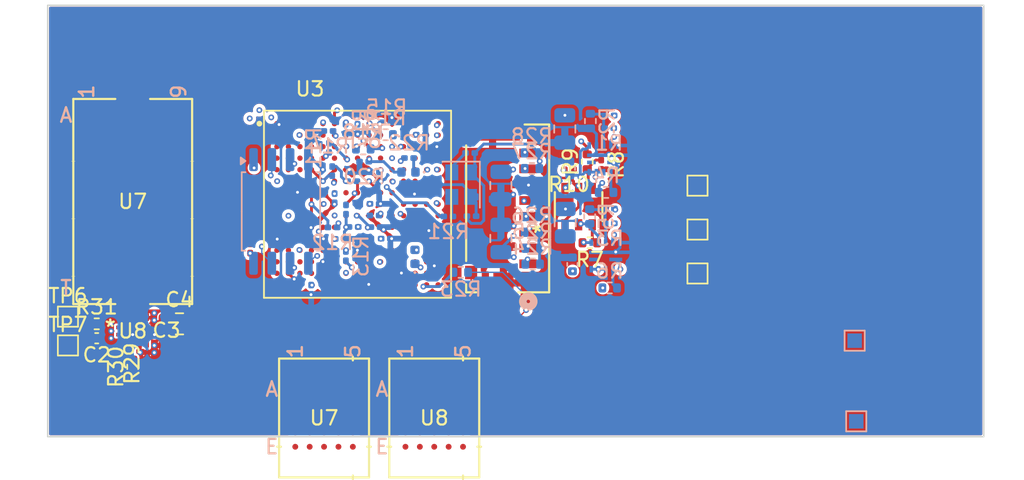
<source format=kicad_pcb>
(kicad_pcb (version 20240108) (generator "pcbnew") (generator_version "8.0")
  (layers (0 "F.Cu" signal) (1 "In1.Cu" signal) (2 "In2.Cu" signal) (3 "In3.Cu" signal) (4 "In4.Cu" signal) (31 "B.Cu" signal) (34 "B.Paste" user) (35 "F.Paste" user) (36 "B.SilkS" user "B.Silkscreen") (37 "F.SilkS" user "F.Silkscreen") (38 "B.Mask" user) (39 "F.Mask" user) (44 "Edge.Cuts" user))
  (net 0 "")
  (net 1 "GND")
  (net 2 "+3V3")
  (net 3 "SPI-D1")
  (net 4 "SPI-CLK")
  (net 5 "SPI-D2")
  (net 6 "SPI-D0")
  (net 7 "SPI-D3")
  (net 8 "SPI-CS")
  (net 9 "33.33Mhz")
  (net 10 "Net-(X1-Vcc)")
  (net 11 "+1V0")
  (net 12 "+1V8")
  (net 13 "GNDA")
  (net 14 "VCCQ")
  (net 15 "Net-(D1-K)")
  (net 16 "Net-(D2-K)")
  (net 17 "MIO7")
  (net 18 "Net-(U1-FB)")
  (net 19 "Net-(U2-FB)")
  (net 20 "Net-(TP2-Pin_1)")
  (net 21 "Net-(TP1-Pin_1)")
  (net 22 "~{RST}")
  (net 23 "Net-(U4-SENSE)")
  (net 24 "POR_B")
  (net 25 "Net-(U3A-INIT_B_0)")
  (net 26 "Net-(U3A-PROGRAM_B_0)")
  (net 27 "Net-(U3A-DONE_0)")
  (net 28 "Net-(U3D-PS_MIO8_500)")
  (net 29 "Net-(U3D-PS_CLK_500)")
  (net 49 "Net-(C1-Pad1)")
  (net 56 "Net-(R23-Pad2)")
  (net 86 "MIO32")
  (net 91 "MIO33")
  (net 142 "MIO29")
  (net 152 "MIO30")
  (net 153 "MIO31")
  (net 154 "MIO28")
  (net 155 "RAM_DQ6")
  (net 156 "~{RAM_CS0}")
  (net 157 "RAM_DQ7")
  (net 158 "RAM_CLK")
  (net 159 "RAM_DQ0")
  (net 160 "RAM_DQ5")
  (net 161 "~{RAM_RST}")
  (net 162 "RAM_DQ2")
  (net 163 "~{RAM_CLK}")
  (net 164 "RAM_DQ4")
  (net 165 "RAM_DQ1")
  (net 166 "RAM_DQ3")
  (net 167 "RWDS")
  (net 168 "~{RAM_CS1}")
  (net 292 "+1V5")
  (net 293 "Net-(U8-FB)")
  (net 294 "Net-(TP6-Pin_1)")
  (footprint "Resistor_SMD:R_0201_0603Metric" (layer "F.Cu") (at 115.310002 46.7673 180)
    (property "Reference" "R10")
    (property "Value" "20k")
  )
  (footprint "TestPoint:TestPoint_Pad_1.0x1.0mm" (layer "F.Cu") (at 80.5 57)
    (property "Reference" "TP6")
    (property "Value" "TP")
  )
  (footprint "Resistor_SMD:R_0402_1005Metric" (layer "F.Cu") (at 82.5 57.5)
    (property "Reference" "R31")
    (property "Value" "10k")
  )
  (footprint "Capacitor_SMD:C_0805_2012Metric" (layer "F.Cu") (at 88.25 57.5)
    (property "Reference" "C4")
    (property "Value" "47uF")
  )
  (footprint "Resistor_SMD:R_0402_1005Metric" (layer "F.Cu") (at 116.580002 46.2373 90)
    (property "Reference" "R9")
    (property "Value" "10k")
  )
  (footprint "TestPoint:TestPoint_Pad_1.0x1.0mm" (layer "F.Cu") (at 124.24 50.95)
    (property "Reference" "TP4" (hide yes))
    (property "Value" "TP" (hide yes))
  )
  (footprint "Capacitor_SMD:C_0402_1005Metric" (layer "F.Cu") (at 82.5 58.5 180)
    (property "Reference" "C2")
    (property "Value" "22uF")
  )
  (footprint "Sync_VT extras:BGA225C80P15X15_1300X1300X150N" (layer "F.Cu") (at 100.62 49.19)
    (property "Reference" "U3")
    (property "Value" "XC7Z010-1CLG225I")
  )
  (footprint "Resistor_SMD:R_0402_1005Metric" (layer "F.Cu") (at 116.760002 51.8673 180)
    (property "Reference" "R7")
    (property "Value" "10k")
  )
  (footprint "Resistor_SMD:R_0201_0603Metric" (layer "F.Cu") (at 86 60.26 90)
    (property "Reference" "R29")
    (property "Value" "20k")
  )
  (footprint "Sync_VT extras:PG-BGA-24-801" (layer "F.Cu") (at 105.95 64.04)
    (property "Reference" "U8")
    (property "Value" "S80KS5123GABHA020")
  )
  (footprint "Sync_VT extras:FBGA96_8X14_MRN" (layer "F.Cu") (at 85 49)
    (property "Reference" "U7")
    (property "Value" "MT41K256M16TW-107:P")
  )
  (footprint "Sync_VT extras:ECLGA-14_MPM3834C_MNP" (layer "F.Cu") (at 85 58)
    (property "Reference" "U8")
    (property "Value" "MPM3834CGPA-Z")
  )
  (footprint "TestPoint:TestPoint_Pad_1.0x1.0mm" (layer "F.Cu") (at 124.24 54)
    (property "Reference" "TP5" (hide yes))
    (property "Value" "TP" (hide yes))
  )
  (footprint "Capacitor_SMD:C_0201_0603Metric" (layer "F.Cu") (at 93.16 52.265 90)
    (property "Reference" "C26" (hide yes))
    (property "Value" "470nF" (hide yes))
  )
  (footprint "Sync_VT extras:CONN12_47309-2651_MOL" (layer "F.Cu") (at 111.05 49.48 -90)
    (property "Reference" "U6" (hide yes))
    (property "Value" "0473092651" (hide yes))
  )
  (footprint "Resistor_SMD:R_0201_0603Metric" (layer "F.Cu") (at 117.550002 46.4423 -90)
    (property "Reference" "R8")
    (property "Value" "20k")
  )
  (footprint "Resistor_SMD:R_0402_1005Metric" (layer "F.Cu") (at 85 60.49 90)
    (property "Reference" "R30")
    (property "Value" "13.3k")
  )
  (footprint "TestPoint:TestPoint_Pad_1.0x1.0mm" (layer "F.Cu") (at 124.24 47.9)
    (property "Reference" "TP3" (hide yes))
    (property "Value" "TP" (hide yes))
  )
  (footprint "Capacitor_SMD:C_0201_0603Metric" (layer "F.Cu") (at 87.35 59)
    (property "Reference" "C3")
    (property "Value" "10pF")
  )
  (footprint "Sync_VT extras:PG-BGA-24-801" (layer "F.Cu") (at 98.2952 64.04)
    (property "Reference" "U7")
    (property "Value" "S80KS5123GABHA020")
  )
  (footprint "Sync_VT extras:DBV6-L" (layer "F.Cu") (at 115.980001 49.35365 90)
    (property "Reference" "U4" (hide yes))
    (property "Value" "TPS3106K33DBVR" (hide yes))
  )
  (footprint "TestPoint:TestPoint_Pad_1.0x1.0mm" (layer "F.Cu") (at 80.5 59)
    (property "Reference" "TP7")
    (property "Value" "TP")
  )
  (footprint "Capacitor_SMD:C_0201_0603Metric" (layer "B.Cu") (at 118.145002 49.49 180)
    (property "Reference" "C11" (hide yes))
    (property "Value" "10pF" (hide yes))
  )
  (footprint "Resistor_SMD:R_0402_1005Metric" (layer "B.Cu") (at 112.740002 51.14 180)
    (property "Reference" "R26")
    (property "Value" "10k")
  )
  (footprint "Resistor_SMD:R_0201_0603Metric" (layer "B.Cu") (at 98.64 45.27 -90)
    (property "Reference" "R11")
    (property "Value" "4k7")
  )
  (footprint "Capacitor_SMD:C_0805_2012Metric" (layer "B.Cu") (at 115.020002 43.959998 -90)
    (property "Reference" "C9" (hide yes))
    (property "Value" "47uF" (hide yes))
  )
  (footprint "Resistor_SMD:R_0402_1005Metric" (layer "B.Cu") (at 118.140001 55.005001 180)
    (property "Reference" "R6")
    (property "Value" "10k")
  )
  (footprint "Capacitor_SMD:C_0201_0603Metric" (layer "B.Cu") (at 98.86 46.89 -90)
    (property "Reference" "FB1" (hide yes))
    (property "Value" "MPZ0603S121HT000" (hide yes))
  )
  (footprint "Resistor_SMD:R_0201_0603Metric" (layer "B.Cu") (at 98.88 50.8)
    (property "Reference" "R12")
    (property "Value" "4k7")
  )
  (footprint "Resistor_SMD:R_0201_0603Metric" (layer "B.Cu") (at 98.6 44.1)
    (property "Reference" "R14")
    (property "Value" "20k")
  )
  (footprint "Resistor_SMD:R_0402_1005Metric" (layer "B.Cu") (at 101.02 45.35 180)
    (property "Reference" "R18")
    (property "Value" "10k")
  )
  (footprint "Resistor_SMD:R_0402_1005Metric" (layer "B.Cu") (at 107.790002 53.92)
    (property "Reference" "R23")
    (property "Value" "10k")
  )
  (footprint "Capacitor_SMD:C_0201_0603Metric" (layer "B.Cu") (at 105.02 44.36)
    (property "Reference" "C25" (hide yes))
    (property "Value" "470nF" (hide yes))
  )
  (footprint "Resistor_SMD:R_0201_0603Metric" (layer "B.Cu") (at 99.81 52.795 90)
    (property "Reference" "R13")
    (property "Value" "470")
  )
  (footprint "Resistor_SMD:R_0402_1005Metric" (layer "B.Cu") (at 102.57 44.36 180)
    (property "Reference" "R19")
    (property "Value" "10k")
  )
  (footprint "Capacitor_SMD:C_0402_1005Metric" (layer "B.Cu") (at 112.750002 50.06)
    (property "Reference" "C1" (hide yes))
    (property "Value" "22uF" (hide yes))
  )
  (footprint "Package_SO:SOIC-8_5.23x5.23mm_P1.27mm" (layer "B.Cu") (at 95.3 49.69 -90)
    (property "Reference" "U5" (hide yes))
    (property "Value" "W25Q128JVS" (hide yes))
  )
  (footprint "Capacitor_SMD:C_0201_0603Metric" (layer "B.Cu") (at 118.130002 43.02 180)
    (property "Reference" "C5" (hide yes))
    (property "Value" "10pF" (hide yes))
  )
  (footprint "LED_SMD:LED_0402_1005Metric" (layer "B.Cu") (at 104.16 46.96 180)
    (property "Reference" "D2" (hide yes))
    (property "Value" "SML-P11UTT86" (hide yes))
  )
  (footprint "Resistor_SMD:R_0201_0603Metric" (layer "B.Cu") (at 99.79 43.95 90)
    (property "Reference" "R17")
    (property "Value" "20k")
  )
  (footprint "Resistor_SMD:R_0402_1005Metric" (layer "B.Cu") (at 112.740002 46.71 180)
    (property "Reference" "R27")
    (property "Value" "10k")
  )
  (footprint "Resistor_SMD:R_0402_1005Metric" (layer "B.Cu") (at 112.790002 52.25 180)
    (property "Reference" "R25")
    (property "Value" "10k")
  )
  (footprint "Capacitor_SMD:C_0805_2012Metric" (layer "B.Cu") (at 110.580002 47.89 -90)
    (property "Reference" "C19" (hide yes))
    (property "Value" "47uF" (hide yes))
  )
  (footprint "Resistor_SMD:R_0201_0603Metric" (layer "B.Cu") (at 118.100002 43.9)
    (property "Reference" "R1")
    (property "Value" "20k")
  )
  (footprint "Capacitor_SMD:C_0805_2012Metric" (layer "B.Cu") (at 115.05 50.47 -90)
    (property "Reference" "C12" (hide yes))
    (property "Value" "47uF" (hide yes))
  )
  (footprint "Capacitor_SMD:C_0201_0603Metric" (layer "B.Cu") (at 97.4 55.125 -90)
    (property "Reference" "C16" (hide yes))
    (property "Value" "4.7uF" (hide yes))
  )
  (footprint "Sync_VT extras:ECLGA-14_MPM3834C_MNP" (layer "B.Cu") (at 117.860001 52.78)
    (property "Reference" "U2" (hide yes))
    (property "Value" "MPM3834CGPA-Z" (hide yes))
  )
  (footprint "Oscillator:Oscillator_SMD_SeikoEpson_SG210-4Pin_2.5x2.0mm" (layer "B.Cu") (at 107.820002 47.83 -90)
    (property "Reference" "X1" (hide yes))
    (property "Value" "SIT8008BI-73-XXS-33.333333" (hide yes))
  )
  (footprint "Resistor_SMD:R_0402_1005Metric" (layer "B.Cu") (at 112.790002 53.35 180)
    (property "Reference" "R24")
    (property "Value" "10k")
  )
  (footprint "Capacitor_SMD:C_0201_0603Metric" (layer "B.Cu") (at 99.39 51.6)
    (property "Reference" "C17" (hide yes))
    (property "Value" "470nF" (hide yes))
  )
  (footprint "Resistor_SMD:R_0201_0603Metric" (layer "B.Cu") (at 102.625 43.5 180)
    (property "Reference" "R15")
    (property "Value" "20k")
  )
  (footprint "TestPoint:TestPoint_Pad_1.0x1.0mm" (layer "B.Cu") (at 135.160002 58.669998 90)
    (property "Reference" "TP2" (hide yes))
    (property "Value" "TP" (hide yes))
  )
  (footprint "Capacitor_SMD:C_0805_2012Metric" (layer "B.Cu") (at 110.580002 51.57 90)
    (property "Reference" "C13" (hide yes))
    (property "Value" "47uF" (hide yes))
  )
  (footprint "Resistor_SMD:R_0201_0603Metric" (layer "B.Cu") (at 104.2 45.98 180)
    (property "Reference" "R22")
    (property "Value" "470")
  )
  (footprint "Resistor_SMD:R_0201_0603Metric" (layer "B.Cu") (at 101.08 46.23)
    (property "Reference" "R20")
    (property "Value" "20k")
  )
  (footprint "Capacitor_SMD:C_0201_0603Metric" (layer "B.Cu") (at 100.25 47.59)
    (property "Reference" "C18" (hide yes))
    (property "Value" "470nF" (hide yes))
  )
  (footprint "Capacitor_SMD:C_0201_0603Metric" (layer "B.Cu") (at 100.35 50.77 180)
    (property "Reference" "C24" (hide yes))
    (property "Value" "4.7uF" (hide yes))
  )
  (footprint "Capacitor_SMD:C_0402_1005Metric" (layer "B.Cu") (at 115.550002 53.37 90)
    (property "Reference" "C8" (hide yes))
    (property "Value" "22uF" (hide yes))
  )
  (footprint "Capacitor_SMD:C_0201_0603Metric" (layer "B.Cu") (at 99.82 49.56 -90)
    (property "Reference" "FB2" (hide yes))
    (property "Value" "MPZ0603S121HT000" (hide yes))
  )
  (footprint "Capacitor_SMD:C_0201_0603Metric" (layer "B.Cu") (at 101.8 49.97 180)
    (property "Reference" "C22" (hide yes))
    (property "Value" "470nF" (hide yes))
  )
  (footprint "TestPoint:TestPoint_Pad_1.0x1.0mm" (layer "B.Cu") (at 135.27 64.27 90)
    (property "Reference" "TP1" (hide yes))
    (property "Value" "TP" (hide yes))
  )
  (footprint "Resistor_SMD:R_0402_1005Metric" (layer "B.Cu") (at 117.890002 48.37 180)
    (property "Reference" "R4")
    (property "Value" "10k")
  )
  (footprint "Resistor_SMD:R_0402_1005Metric" (layer "B.Cu") (at 112.730002 45.62 180)
    (property "Reference" "R28")
    (property "Value" "10k")
  )
  (footprint "Resistor_SMD:R_0402_1005Metric" (layer "B.Cu") (at 116.800002 43.41 90)
    (property "Reference" "R2")
    (property "Value" "30k")
  )
  (footprint "Capacitor_SMD:C_0201_0603Metric" (layer "B.Cu") (at 101.805 49.16)
    (property "Reference" "C15" (hide yes))
    (property "Value" "470nF" (hide yes))
  )
  (footprint "Capacitor_SMD:C_0201_0603Metric" (layer "B.Cu") (at 108.445002 45.63 180)
    (property "Reference" "FB3" (hide yes))
    (property "Value" "MPZ0603S121HT000" (hide yes))
  )
  (footprint "Resistor_SMD:R_0201_0603Metric" (layer "B.Cu") (at 118.145001 50.515001)
    (property "Reference" "R3")
    (property "Value" "20k")
  )
  (footprint "Capacitor_SMD:C_0201_0603Metric" (layer "B.Cu") (at 101.82 46.96 180)
    (property "Reference" "C20" (hide yes))
    (property "Value" "4.7uF" (hide yes))
  )
  (footprint "Resistor_SMD:R_0201_0603Metric" (layer "B.Cu") (at 106.93 50.04)
    (property "Reference" "R21")
    (property "Value" "33")
  )
  (footprint "LED_SMD:LED_0402_1005Metric" (layer "B.Cu") (at 104.61 52.845 90)
    (property "Reference" "D1" (hide yes))
    (property "Value" "SML-P11UTT86" (hide yes))
  )
  (footprint "Capacitor_SMD:C_0201_0603Metric" (layer "B.Cu") (at 101.87 50.78)
    (property "Reference" "C14" (hide yes))
    (property "Value" "4.7uF" (hide yes))
  )
  (footprint "Capacitor_SMD:C_0201_0603Metric" (layer "B.Cu") (at 99.03 48.77 -90)
    (property "Reference" "C23" (hide yes))
    (property "Value" "470nF" (hide yes))
  )
  (footprint "Capacitor_SMD:C_0201_0603Metric" (layer "B.Cu") (at 108.540002 50.02)
    (property "Reference" "C27" (hide yes))
    (property "Value" "470nF" (hide yes))
  )
  (footprint "Resistor_SMD:R_0201_0603Metric" (layer "B.Cu") (at 100.62 43.955 90)
    (property "Reference" "R16")
    (property "Value" "20k")
  )
  (footprint "Capacitor_SMD:C_0402_1005Metric" (layer "B.Cu") (at 115.370002 46.7 90)
    (property "Reference" "C10" (hide yes))
    (property "Value" "22uF" (hide yes))
  )
  (footprint "Capacitor_SMD:C_0201_0603Metric" (layer "B.Cu") (at 102.58 51.58)
    (property "Reference" "C21" (hide yes))
    (property "Value" "4.7uF" (hide yes))
  )
  (footprint "Sync_VT extras:ECLGA-14_MPM3834C_MNP" (layer "B.Cu") (at 117.720003 46.034999)
    (property "Reference" "U1" (hide yes))
    (property "Value" "MPM3834CGPA-Z" (hide yes))
  )
  (footprint "Resistor_SMD:R_0402_1005Metric" (layer "B.Cu") (at 116.750002 50.04 90)
    (property "Reference" "R5")
    (property "Value" "10k")
  )
  (gr_rect (start 79.09 35.37) (end 144.13 65.34) (stroke (width 0.1)) (fill none) (layer "Edge.Cuts"))
  (segment (start 95.02 43.59) (end 95.105728 43.59) (width 0.2) (layer "F.Cu") (net 1))
  (segment (start 96.560608 48.39) (end 96.53 48.359392) (width 0.2) (layer "F.Cu") (net 1))
  (segment (start 86.512556 58.24954) (end 86.512096 58.25) (width 0.2) (layer "F.Cu") (net 1))
  (segment (start 104.62 48.44) (end 104.578461 48.481539) (width 0.2) (layer "F.Cu") (net 1))
  (segment (start 85 58.25) (end 85.700001 58.25) (width 0.2) (layer "F.Cu") (net 1))
  (segment (start 103.02 43.59) (end 103.02 43.183036) (width 0.2) (layer "F.Cu") (net 1))
  (segment (start 99.82 46.79) (end 100.05 46.79) (width 0.2) (layer "F.Cu") (net 1))
  (segment (start 106.22 53.19) (end 105.954134 53.455866) (width 0.2) (layer "F.Cu") (net 1))
  (segment (start 96.53 48.359392) (end 96.45 48.359392) (width 0.2) (layer "F.Cu") (net 1))
  (segment (start 84.500001 58.924999) (end 84.500001 58.450002) (width 0.2) (layer "F.Cu") (net 1))
  (segment (start 86.000001 58.55) (end 85.700001 58.25) (width 0.2) (layer "F.Cu") (net 1))
  (segment (start 105.954134 53.455866) (end 105.954134 53.468902) (width 0.2) (layer "F.Cu") (net 1))
  (segment (start 95.82 53.99) (end 96.22 54.39) (width 0.2) (layer "F.Cu") (net 1))
  (segment (start 95.105728 43.59) (end 95.168437 43.652709) (width 0.2) (layer "F.Cu") (net 1))
  (segment (start 86.000001 58.924999) (end 86.000001 58.55) (width 0.2) (layer "F.Cu") (net 1))
  (segment (start 84.500001 59.249999) (end 84 59.75) (width 0.2) (layer "F.Cu") (net 1))
  (segment (start 98.22 48.39) (end 99.02 49.19) (width 0.2) (layer "F.Cu") (net 1))
  (segment (start 86.512096 58.25) (end 85.700001 58.25) (width 0.2) (layer "F.Cu") (net 1))
  (segment (start 103.82 45.99) (end 103.62 46.19) (width 0.2) (layer "F.Cu") (net 1))
  (segment (start 103.62 46.19) (end 103.62 46.193714) (width 0.2) (layer "F.Cu") (net 1))
  (segment (start 84.500001 58.924999) (end 84.500001 59.249999) (width 0.2) (layer "F.Cu") (net 1))
  (segment (start 103.02 43.183036) (end 103.009928 43.172964) (width 0.2) (layer "F.Cu") (net 1))
  (segment (start 84.299999 58.25) (end 85 58.25) (width 0.2) (layer "F.Cu") (net 1))
  (segment (start 84.500001 58.450002) (end 84.299999 58.25) (width 0.2) (layer "F.Cu") (net 1))
  (segment (start 105.4 50.77) (end 105.576769 50.946769) (width 0.2) (layer "F.Cu") (net 1))
  (segment (start 103.8 53.97) (end 103.67 53.97) (width 0.2) (layer "F.Cu") (net 1))
  (segment (start 105.576769 50.946769) (end 105.576769 51.023304) (width 0.2) (layer "F.Cu") (net 1))
  (via (at 96.22 54.39) (size 0.4) (drill 0.2) (layers "F.Cu" "B.Cu") (net 1))
  (via (at 106.13 45.19) (size 0.4) (drill 0.2) (layers "F.Cu" "B.Cu") (net 1))
  (via (at 100.63 44.32) (size 0.4) (drill 0.2) (layers "F.Cu" "B.Cu") (net 1))
  (via (at 103.009928 43.172964) (size 0.4) (drill 0.2) (layers "F.Cu" "B.Cu") (net 1))
  (via (at 98.22 53.18) (size 0.4) (drill 0.2) (layers "F.Cu" "B.Cu") (net 1))
  (via (at 100.05 46.79) (size 0.4) (drill 0.2) (layers "F.Cu" "B.Cu") (net 1))
  (via (at 85 58.25) (size 0.4) (drill 0.2) (layers "F.Cu" "B.Cu") (net 1))
  (via (at 102.23 47.6) (size 0.4) (drill 0.2) (layers "F.Cu" "B.Cu") (net 1))
  (via (at 97.39 50.81) (size 0.4) (drill 0.2) (layers "F.Cu" "B.Cu") (net 1))
  (via (at 105.954134 53.468902) (size 0.4) (drill 0.2) (layers "F.Cu" "B.Cu") (net 1))
  (via (at 113.75 50.05) (size 0.4) (drill 0.2) (layers "F.Cu" "B.Cu") (net 1))
  (via (at 111.435 48.518148) (size 0.4) (drill 0.2) (layers "F.Cu" "B.Cu") (net 1))
  (via (at 118.76 45.09) (size 0.4) (drill 0.2) (layers "F.Cu" "B.Cu") (net 1))
  (via (at 116.13 50.55) (size 0.4) (drill 0.2) (layers "F.Cu" "B.Cu") (net 1))
  (via (at 86.512556 58.24954) (size 0.4) (drill 0.2) (layers "F.Cu" "B.Cu") (net 1))
  (via (at 98.25 51.59) (size 0.4) (drill 0.2) (layers "F.Cu" "B.Cu") (net 1))
  (via (at 95.168437 43.652709) (size 0.4) (drill 0.2) (layers "F.Cu" "B.Cu") (net 1))
  (via (at 98.21 46.78) (size 0.4) (drill 0.2) (layers "F.Cu" "B.Cu") (net 1))
  (via (at 118.560002 52.504998) (size 0.4) (drill 0.2) (layers "F.Cu" "B.Cu") (net 1))
  (via (at 99.829999 50.782191) (size 0.4) (drill 0.2) (layers "F.Cu" "B.Cu") (net 1))
  (via (at 102.43 50.951781) (size 0.4) (drill 0.2) (layers "F.Cu" "B.Cu") (net 1))
  (via (at 96.45 48.359392) (size 0.4) (drill 0.2) (layers "F.Cu" "B.Cu") (net 1))
  (via (at 112.5 47.86) (size 0.4) (drill 0.2) (layers "F.Cu" "B.Cu") (net 1))
  (via (at 102.99 51.58) (size 0.4) (drill 0.2) (layers "F.Cu" "B.Cu") (net 1))
  (via (at 101.41 46.82) (size 0.4) (drill 0.2) (layers "F.Cu" "B.Cu") (net 1))
  (via (at 97.39 55.47) (size 0.4) (drill 0.2) (layers "F.Cu" "B.Cu") (net 1))
  (via (at 99.02 49.19) (size 0.4) (drill 0.2) (layers "F.Cu" "B.Cu") (net 1))
  (via (at 104.578461 48.481539) (size 0.4) (drill 0.2) (layers "F.Cu" "B.Cu") (net 1))
  (via (at 95.04 51.61) (size 0.4) (drill 0.2) (layers "F.Cu" "B.Cu") (net 1))
  (via (at 103.62 46.193714) (size 0.4) (drill 0.2) (layers "F.Cu" "B.Cu") (net 1))
  (via (at 111.47 50.69241) (size 0.4) (drill 0.2) (layers "F.Cu" "B.Cu") (net 1))
  (via (at 118.079189 45.734688) (size 0.4) (drill 0.2) (layers "F.Cu" "B.Cu") (net 1))
  (via (at 103.67 53.97) (size 0.4) (drill 0.2) (layers "F.Cu" "B.Cu") (net 1))
  (via (at 102.22 49.16) (size 0.4) (drill 0.2) (layers "F.Cu" "B.Cu") (net 1))
  (via (at 101.4 54.76) (size 0.4) (drill 0.2) (layers "F.Cu" "B.Cu") (net 1))
  (via (at 105.576769 51.023304) (size 0.4) (drill 0.2) (layers "F.Cu" "B.Cu") (net 1))
  (via (at 100.61 52.38) (size 0.4) (drill 0.2) (layers "F.Cu" "B.Cu") (net 1))
  (segment (start 117.665001 45.784999) (end 118.028878 45.784999) (width 0.2) (layer "B.Cu") (net 1))
  (segment (start 118.860002 51.855001) (end 118.860002 52.204998) (width 0.2) (layer "B.Cu") (net 1))
  (segment (start 117.220004 45.584997) (end 117.020002 45.784999) (width 0.2) (layer "B.Cu") (net 1))
  (segment (start 113.74 50.06) (end 113.230002 50.06) (width 0.2) (layer "B.Cu") (net 1))
  (segment (start 118.860002 52.204998) (end 118.560002 52.504998) (width 0.2) (layer "B.Cu") (net 1))
  (segment (start 108.860002 49.07) (end 108.860002 50.02) (width 0.2) (layer "B.Cu") (net 1))
  (segment (start 99.829999 50.782191) (end 99.829999 49.889999) (width 0.2) (layer "B.Cu") (net 1))
  (segment (start 97.205 45.175) (end 97.205 46.09) (width 0.2) (layer "B.Cu") (net 1))
  (segment (start 117.16 52.53) (end 118.560002 52.53) (width 0.2) (layer "B.Cu") (net 1))
  (segment (start 118.74 45.11) (end 118.76 45.09) (width 0.2) (layer "B.Cu") (net 1))
  (segment (start 117.665001 45.784999) (end 118.420004 45.784999) (width 0.2) (layer "B.Cu") (net 1))
  (segment (start 117.360002 51.410001) (end 117.310001 51.36) (width 0.2) (layer "B.Cu") (net 1))
  (segment (start 117.220004 44.310002) (end 116.800002 43.89) (width 0.2) (layer "B.Cu") (net 1))
  (segment (start 99.71 51.6) (end 99.71 51.09) (width 0.2) (layer "B.Cu") (net 1))
  (segment (start 108.470002 48.68) (end 108.860002 49.07) (width 0.2) (layer "B.Cu") (net 1))
  (segment (start 107.920002 47.83) (end 105.23 47.83) (width 0.2) (layer "B.Cu") (net 1))
  (segment (start 117.655003 45.784999) (end 117.660002 45.78) (width 0.2) (layer "B.Cu") (net 1))
  (segment (start 105.23 47.83) (end 104.578461 48.481539) (width 0.2) (layer "B.Cu") (net 1))
  (segment (start 117.220004 45.11) (end 117.220004 44.310002) (width 0.2) (layer "B.Cu") (net 1))
  (segment (start 117.310001 51.36) (end 116.500001 50.55) (width 0.2) (layer "B.Cu") (net 1))
  (segment (start 111.39759 50.62) (end 111.47 50.69241) (width 0.2) (layer "B.Cu") (net 1))
  (segment (start 117.660002 45.78) (end 117.665001 45.784999) (width 0.2) (layer "B.Cu") (net 1))
  (segment (start 100.63 44.32) (end 99.84 44.32) (width 0.2) (layer "B.Cu") (net 1))
  (segment (start 117.020002 45.784999) (end 117.655003 45.784999) (width 0.2) (layer "B.Cu") (net 1))
  (segment (start 110.580002 50.62) (end 111.39759 50.62) (width 0.2) (layer "B.Cu") (net 1))
  (segment (start 97.205 46.09) (end 97.52 46.09) (width 0.2) (layer "B.Cu") (net 1))
  (segment (start 117.220004 45.11) (end 117.220004 45.584997) (width 0.2) (layer "B.Cu") (net 1))
  (segment (start 98.28 44.1) (end 97.205 45.175) (width 0.2) (layer "B.Cu") (net 1))
  (segment (start 99.71 51.09) (end 100.03 50.77) (width 0.2) (layer "B.Cu") (net 1))
  (segment (start 97.52 46.09) (end 98.21 46.78) (width 0.2) (layer "B.Cu") (net 1))
  (segment (start 108.470002 48.38) (end 107.920002 47.83) (width 0.2) (layer "B.Cu") (net 1))
  (segment (start 117.360002 51.855001) (end 117.360002 51.410001) (width 0.2) (layer "B.Cu") (net 1))
  (segment (start 116.500001 50.55) (end 116.13 50.55) (width 0.2) (layer "B.Cu") (net 1))
  (segment (start 118.028878 45.784999) (end 118.079189 45.734688) (width 0.2) (layer "B.Cu") (net 1))
  (segment (start 113.75 50.05) (end 113.74 50.06) (width 0.2) (layer "B.Cu") (net 1))
  (segment (start 111.113148 48.84) (end 111.435 48.518148) (width 0.2) (layer "B.Cu") (net 1))
  (segment (start 99.02 43.59) (end 99.02 42.849021) (width 0.2) (layer "F.Cu") (net 2))
  (segment (start 99.02 47.655961) (end 98.975961 47.7) (width 0.2) (layer "F.Cu") (net 2))
  (segment (start 99.02 42.849021) (end 99.206312 42.662709) (width 0.2) (layer "F.Cu") (net 2))
  (segment (start 97.42 49.99) (end 97.42 49.19) (width 0.2) (layer "F.Cu") (net 2))
  (segment (start 106.22 49.19) (end 106.13633 49.10633) (width 0.2) (layer "F.Cu") (net 2))
  (segment (start 102.234289 45.19) (end 102.33843 45.294141) (width 0.2) (layer "F.Cu") (net 2))
  (segment (start 106.13633 49.10633) (end 106.113634 49.10633) (width 0.2) (layer "F.Cu") (net 2))
  (segment (start 103.743113 49.99) (end 103.604894 49.851781) (width 0.2) (layer "F.Cu") (net 2))
  (segment (start 104.64 52.37) (end 104.72 52.37) (width 0.2) (layer "F.Cu") (net 2))
  (segment (start 97.42 48.39) (end 97.42 49.19) (width 0.2) (layer "F.Cu") (net 2))
  (segment (start 105.313023 54.79) (end 105.42 54.79) (width 0.2) (layer "F.Cu") (net 2))
  (segment (start 105.193307 54.909716) (end 105.313023 54.79) (width 0.2) (layer "F.Cu") (net 2))
  (via (at 99.82 53.95) (size 0.4) (drill 0.2) (layers "F.Cu" "B.Cu") (net 2))
  (via (at 105.193307 54.909716) (size 0.4) (drill 0.2) (layers "F.Cu" "B.Cu") (net 2))
  (via (at 83.5 57.5) (size 0.4) (drill 0.2) (layers "F.Cu" "B.Cu") (net 2))
  (via (at 103.07426 44.44078) (size 0.4) (drill 0.2) (layers "F.Cu" "B.Cu") (net 2))
  (via (at 115.07 48.04) (size 0.4) (drill 0.2) (layers "F.Cu" "B.Cu") (net 2))
  (via (at 115.570002 53.83) (size 0.4) (drill 0.2) (layers "F.Cu" "B.Cu") (net 2))
  (via (at 113.506202 52.25) (size 0.4) (drill 0.2) (layers "F.Cu" "B.Cu") (net 2))
  (via (at 117.157073 47.297916) (size 0.4) (drill 0.2) (layers "F.Cu" "B.Cu") (net 2))
  (via (at 102.33843 45.294141) (size 0.4) (drill 0.2) (layers "F.Cu" "B.Cu") (net 2))
  (via (at 97.42 49.19) (size 0.4) (drill 0.2) (layers "F.Cu" "B.Cu") (net 2))
  (via (at 105.47 46.79) (size 0.4) (drill 0.2) (layers "F.Cu" "B.Cu") (net 2))
  (via (at 116.33 51.84) (size 0.4) (drill 0.2) (layers "F.Cu" "B.Cu") (net 2))
  (via (at 104.67 44.36) (size 0.4) (drill 0.2) (layers "F.Cu" "B.Cu") (net 2))
  (via (at 117.660001 55.005001) (size 0.4) (drill 0.2) (layers "F.Cu" "B.Cu") (net 2))
  (via (at 98.975961 47.7) (size 0.4) (drill 0.2) (layers "F.Cu" "B.Cu") (net 2))
  (via (at 83.5 58.5) (size 0.4) (drill 0.2) (layers "F.Cu" "B.Cu") (net 2))
  (via (at 100.659999 50.75569) (size 0.4) (drill 0.2) (layers "F.Cu" "B.Cu") (net 2))
  (via (at 104.72 52.37) (size 0.4) (drill 0.2) (layers "F.Cu" "B.Cu") (net 2))
  (via (at 114.9374 46.833558) (size 0.4) (drill 0.2) (layers "F.Cu" "B.Cu") (net 2))
  (via (at 99.206312 42.662709) (size 0.4) (drill 0.2) (layers "F.Cu" "B.Cu") (net 2))
  (via (at 93.16 52.6) (size 0.4) (drill 0.2) (layers "F.Cu" "B.Cu") (net 2))
  (via (at 106.113634 49.10633) (size 0.4) (drill 0.2) (layers "F.Cu" "B.Cu") (net 2))
  (via (at 113.280002 46.2) (size 0.4) (drill 0.2) (layers "F.Cu" "B.Cu") (net 2))
  (via (at 103.604894 49.851781) (size 0.4) (drill 0.2) (layers "F.Cu" "B.Cu") (net 2))
  (via (at 102.17 53.2) (size 0.4) (drill 0.2) (layers "F.Cu" "B.Cu") (net 2))
  (via (at 83.5 58) (size 0.4) (drill 0.2) (layers "F.Cu" "B.Cu") (net 2))
  (via (at 99.903909 46.083909) (size 0.4) (drill 0.2) (layers "F.Cu" "B.Cu") (net 2))
  (via (at 103.07 47.62) (size 0.4) (drill 0.2) (layers "F.Cu" "B.Cu") (net 2))
  (via (at 117.35 53.704999) (size 0.4) (drill 0.2) (layers "F.Cu" "B.Cu") (net 2))
  (via (at 116.098463 47.29859) (size 0.4) (drill 0.2) (layers "F.Cu" "B.Cu") (net 2))
  (via (at 117.62 47.71) (size 0.4) (drill 0.2) (layers "F.Cu" "B.Cu") (net 2))
  (segment (start 109.19 50.52) (end 109.390002 50.319998) (width 0.2) (layer "B.Cu") (net 2))
  (segment (start 98.56 50.33) (end 98.56 50.8) (width 0.2) (layer "B.Cu") (net 2))
  (segment (start 116.500001 45.359999) (end 116.270002 45.359999) (width 0.2) (layer "B.Cu") (net 2))
  (segment (start 97.42 49.19) (end 98.56 50.33) (width 0.2) (layer "B.Cu") (net 2))
  (segment (start 105.193307 54.909716) (end 106.320286 54.909716) (width 0.2) (layer "B.Cu") (net 2))
  (segment (start 113.270002 52.4862) (end 113.506202 52.25) (width 0.2) (layer "B.Cu") (net 2))
  (segment (start 99.188397 45.368397) (end 99.903909 46.083909) (width 0.2) (layer "B.Cu") (net 2))
  (segment (start 109.390002 50.319998) (end 109.390002 47.9) (width 0.2) (layer "B.Cu") (net 2))
  (segment (start 109.385002 45.01) (end 112.600002 45.01) (width 0.2) (layer "B.Cu") (net 2))
  (segment (start 116.720002 45.139998) (end 116.500001 45.359999) (width 0.2) (layer "B.Cu") (net 2))
  (segment (start 106.320286 54.909716) (end 107.310002 53.92) (width 0.2) (layer "B.Cu") (net 2))
  (segment (start 115.370002 47.18) (end 115.979873 47.18) (width 0.2) (layer "B.Cu") (net 2))
  (segment (start 108.220002 50.219999) (end 108.520003 50.52) (width 0.2) (layer "B.Cu") (net 2))
  (segment (start 98.64 44.95) (end 98.839999 44.95) (width 0.2) (layer "B.Cu") (net 2))
  (segment (start 115.370002 47.18) (end 115.370002 47.739998) (width 0.2) (layer "B.Cu") (net 2))
  (segment (start 116.098463 45.531538) (end 116.098463 47.29859) (width 0.2) (layer "B.Cu") (net 2))
  (segment (start 113.270002 53.35) (end 113.270002 52.4862) (width 0.2) (layer "B.Cu") (net 2))
  (segment (start 113.210002 45.62) (end 113.210002 46.13) (width 0.2) (layer "B.Cu") (net 2))
  (segment (start 117.860001 53.704999) (end 117.35 53.704999) (width 0.2) (layer "B.Cu") (net 2))
  (segment (start 116.345001 51.855001) (end 116.33 51.84) (width 0.2) (layer "B.Cu") (net 2))
  (segment (start 108.220002 50.02) (end 108.220002 50.219999) (width 0.2) (layer "B.Cu") (net 2))
  (segment (start 116.86 51.855001) (end 116.345001 51.855001) (width 0.2) (layer "B.Cu") (net 2))
  (segment (start 113.220002 51.14) (end 113.220002 51.9638) (width 0.2) (layer "B.Cu") (net 2))
  (segment (start 102.302571 45.33) (end 102.33843 45.294141) (width 0.2) (layer "B.Cu") (net 2))
  (segment (start 116.720002 46.959998) (end 117.720003 46.959998) (width 0.2) (layer "B.Cu") (net 2))
  (segment (start 117.35 53.704999) (end 116.86 53.704999) (width 0.2) (layer "B.Cu") (net 2))
  (segment (start 113.220002 51.9638) (end 113.506202 52.25) (width 0.2) (layer "B.Cu") (net 2))
  (segment (start 117.410002 47.919998) (end 117.62 47.71) (width 0.2) (layer "B.Cu") (net 2))
  (segment (start 117.410002 48.37) (end 117.410002 47.919998) (width 0.2) (layer "B.Cu") (net 2))
  (segment (start 115.979873 47.18) (end 116.098463 47.29859) (width 0.2) (layer "B.Cu") (net 2))
  (segment (start 112.600002 45.01) (end 113.210002 45.62) (width 0.2) (layer "B.Cu") (net 2))
  (segment (start 115.370002 47.739998) (end 115.07 48.04) (width 0.2) (layer "B.Cu") (net 2))
  (segment (start 117.220004 47.234985) (end 117.157073 47.297916) (width 0.2) (layer "B.Cu") (net 2))
  (segment (start 108.765002 46.685) (end 108.765002 45.63) (width 0.2) (layer "B.Cu") (net 2))
  (segment (start 116.270002 45.359999) (end 116.098463 45.531538) (width 0.2) (layer "B.Cu") (net 2))
  (segment (start 98.839999 44.95) (end 99.188397 45.298398) (width 0.2) (layer "B.Cu") (net 2))
  (segment (start 116.437055 46.959998) (end 116.098463 47.29859) (width 0.2) (layer "B.Cu") (net 2))
  (segment (start 108.520003 50.52) (end 109.19 50.52) (width 0.2) (layer "B.Cu") (net 2))
  (segment (start 108.765002 45.63) (end 109.385002 45.01) (width 0.2) (layer "B.Cu") (net 2))
  (segment (start 113.210002 46.13) (end 113.280002 46.2) (width 0.2) (layer "B.Cu") (net 2))
  (segment (start 116.720002 46.959998) (end 116.437055 46.959998) (width 0.2) (layer "B.Cu") (net 2))
  (segment (start 113.220002 46.71) (end 113.220002 46.26) (width 0.2) (layer "B.Cu") (net 2))
  (segment (start 115.283842 47.18) (end 114.9374 46.833558) (width 0.2) (layer "B.Cu") (net 2))
  (segment (start 117.220004 46.959998) (end 117.220004 47.234985) (width 0.2) (layer "B.Cu") (net 2))
  (segment (start 99.188397 45.298398) (end 99.188397 45.368397) (width 0.2) (layer "B.Cu") (net 2))
  (segment (start 113.220002 46.26) (end 113.280002 46.2) (width 0.2) (layer "B.Cu") (net 2))
  (segment (start 101.63 45.33) (end 102.302571 45.33) (width 0.2) (layer "B.Cu") (net 2))
  (segment (start 108.470002 46.98) (end 108.84826 46.601742) (width 0.2) (layer "B.Cu") (net 2))
  (segment (start 109.390002 47.9) (end 108.470002 46.98) (width 0.2) (layer "B.Cu") (net 2))
  (via (at 94.592224 47.190957) (size 0.4) (drill 0.2) (layers "F.Cu" "B.Cu") (net 3))
  (via (at 99.82 43.500602) (size 0.4) (drill 0.2) (layers "F.Cu" "B.Cu") (net 3))
  (via (at 94.625852 43.157709) (size 0.4) (drill 0.2) (layers "F.Cu" "B.Cu") (net 3))
  (segment (start 94.665 46.09) (end 94.665 47.118181) (width 0.09) (layer "B.Cu") (net 3))
  (segment (start 94.665 47.118181) (end 94.592224 47.190957) (width 0.09) (layer "B.Cu") (net 3))
  (via (at 96.22 53.6) (size 0.4) (drill 0.2) (layers "F.Cu" "B.Cu") (net 4))
  (via (at 93.799599 42.654599) (size 0.4) (drill 0.2) (layers "F.Cu" "B.Cu") (net 4))
  (via (at 102.17 43.61) (size 0.4) (drill 0.2) (layers "F.Cu" "B.Cu") (net 4))
  (via (at 96.23 46.38) (size 0.4) (drill 0.2) (layers "F.Cu" "B.Cu") (net 5))
  (via (at 100.56 45.17) (size 0.4) (drill 0.2) (layers "F.Cu" "B.Cu") (net 5))
  (via (at 100.61 43.61) (size 0.4) (drill 0.2) (layers "F.Cu" "B.Cu") (net 6))
  (via (at 97.82 52.78) (size 0.4) (drill 0.2) (layers "F.Cu" "B.Cu") (net 6))
  (segment (start 97.205 53.29) (end 97.715 52.78) (width 0.09) (layer "B.Cu") (net 6))
  (segment (start 97.715 52.78) (end 97.82 52.78) (width 0.09) (layer "B.Cu") (net 6))
  (via (at 93.97 52.13) (size 0.4) (drill 0.2) (layers "F.Cu" "B.Cu") (net 7))
  (via (at 93.13 43.23) (size 0.4) (drill 0.2) (layers "F.Cu" "B.Cu") (net 7))
  (via (at 101.46 43.57) (size 0.4) (drill 0.2) (layers "F.Cu" "B.Cu") (net 7))
  (segment (start 102.09 44.2) (end 101.46 43.57) (width 0.09) (layer "B.Cu") (net 7))
  (segment (start 94.665 53.29) (end 93.97 52.595) (width 0.09) (layer "B.Cu") (net 7))
  (segment (start 93.97 52.595) (end 93.97 52.13) (width 0.09) (layer "B.Cu") (net 7))
  (via (at 93.435 46.67) (size 0.4) (drill 0.2) (layers "F.Cu" "B.Cu") (net 8))
  (via (at 98.232327 43.500001) (size 0.4) (drill 0.2) (layers "F.Cu" "B.Cu") (net 8))
  (segment (start 107.170002 48.68) (end 107.170002 49.960002) (width 0.2) (layer "B.Cu") (net 9))
  (segment (start 107.170002 46.585) (end 108.125002 45.63) (width 0.2) (layer "B.Cu") (net 10))
  (segment (start 116.580002 45.7573) (end 116.580002 45.23872) (width 0.2) (layer "F.Cu") (net 11))
  (segment (start 102.22 48.39) (end 101.42 47.59) (width 0.2) (layer "F.Cu") (net 11))
  (segment (start 116.580002 45.23872) (end 116.161991 44.820709) (width 0.2) (layer "F.Cu") (net 11))
  (segment (start 98.22 50.790615) (end 97.926892 51.083723) (width 0.2) (layer "F.Cu") (net 11))
  (via (at 118.420004 46.310001) (size 0.4) (drill 0.2) (layers "F.Cu" "B.Cu") (net 11))
  (via (at 101.42 47.59) (size 0.4) (drill 0.2) (layers "F.Cu" "B.Cu") (net 11))
  (via (at 118.440002 43.91) (size 0.4) (drill 0.2) (layers "F.Cu" "B.Cu") (net 11))
  (via (at 118.455163 44.510239) (size 0.4) (drill 0.2) (layers "F.Cu" "B.Cu") (net 11))
  (via (at 102.24 51.59) (size 0.4) (drill 0.2) (layers "F.Cu" "B.Cu") (net 11))
  (via (at 99.021459 48.460001) (size 0.4) (drill 0.2) (layers "F.Cu" "B.Cu") (net 11))
  (via (at 116.161991 44.820709) (size 0.4) (drill 0.2) (layers "F.Cu" "B.Cu") (net 11))
  (via (at 102.224256 49.84) (size 0.4) (drill 0.2) (layers "F.Cu" "B.Cu") (net 11))
  (via (at 98.27 49.17) (size 0.4) (drill 0.2) (layers "F.Cu" "B.Cu") (net 11))
  (via (at 118.470002 43.04) (size 0.4) (drill 0.2) (layers "F.Cu" "B.Cu") (net 11))
  (via (at 115.030002 43.009998) (size 0.4) (drill 0.2) (layers "F.Cu" "B.Cu") (net 11))
  (via (at 102.23 46.83) (size 0.4) (drill 0.2) (layers "F.Cu" "B.Cu") (net 11))
  (via (at 97.926892 51.083723) (size 0.4) (drill 0.2) (layers "F.Cu" "B.Cu") (net 11))
  (via (at 111.435 46.773274) (size 0.4) (drill 0.2) (layers "F.Cu" "B.Cu") (net 11))
  (segment (start 118.455163 44.514837) (end 118.455163 44.510239) (width 0.2) (layer "B.Cu") (net 11))
  (segment (start 118.220002 45.11) (end 118.220002 44.749998) (width 0.2) (layer "B.Cu") (net 11))
  (segment (start 118.45 44.52) (end 118.455163 44.514837) (width 0.2) (layer "B.Cu") (net 11))
  (segment (start 118.220002 44.749998) (end 118.45 44.52) (width 0.2) (layer "B.Cu") (net 11))
  (segment (start 110.580002 46.94) (end 111.268274 46.94) (width 0.2) (layer "B.Cu") (net 11))
  (segment (start 111.268274 46.94) (end 111.435 46.773274) (width 0.2) (layer "B.Cu") (net 11))
  (segment (start 118.720004 46.584999) (end 118.720004 46.959998) (width 0.2) (layer "B.Cu") (net 11))
  (segment (start 118.420004 46.284999) (end 118.720004 46.584999) (width 0.2) (layer "B.Cu") (net 11))
  (segment (start 98.778881 47.057) (end 98.753 47.057) (width 0.2) (layer "F.Cu") (net 12))
  (segment (start 99.02 46.815881) (end 98.778881 47.057) (width 0.2) (layer "F.Cu") (net 12))
  (segment (start 97.42 46.79) (end 98.22 47.59) (width 0.2) (layer "F.Cu") (net 12))
  (segment (start 98.753 47.057) (end 98.22 47.59) (width 0.2) (layer "F.Cu") (net 12))
  (via (at 96.580591 52.360029) (size 0.4) (drill 0.2) (layers "F.Cu" "B.Cu") (net 12))
  (via (at 96.58 44.38) (size 0.4) (drill 0.2) (layers "F.Cu" "B.Cu") (net 12))
  (via (at 111.461599 51.380032) (size 0.4) (drill 0.2) (layers "F.Cu" "B.Cu") (net 12))
  (via (at 95.819987 49.990013) (size 0.4) (drill 0.2) (layers "F.Cu" "B.Cu") (net 12))
  (via (at 101.47 49.16) (size 0.4) (drill 0.2) (layers "F.Cu" "B.Cu") (net 12))
  (via (at 99.02 51.61) (size 0.4) (drill 0.2) (layers "F.Cu" "B.Cu") (net 12))
  (via (at 118.465001 50.515001) (size 0.4) (drill 0.2) (layers "F.Cu" "B.Cu") (net 12))
  (via (at 99.03 49.97) (size 0.4) (drill 0.2) (layers "F.Cu" "B.Cu") (net 12))
  (via (at 100.558924 49.985401) (size 0.4) (drill 0.2) (layers "F.Cu" "B.Cu") (net 12))
  (via (at 101.33 50.808909) (size 0.4) (drill 0.2) (layers "F.Cu" "B.Cu") (net 12))
  (via (at 111.47729 52.870371) (size 0.4) (drill 0.2) (layers "F.Cu" "B.Cu") (net 12))
  (via (at 97.45 54.81) (size 0.4) (drill 0.2) (layers "F.Cu" "B.Cu") (net 12))
  (via (at 115.07 49.52) (size 0.4) (drill 0.2) (layers "F.Cu" "B.Cu") (net 12))
  (via (at 118.45 51.31) (size 0.4) (drill 0.2) (layers "F.Cu" "B.Cu") (net 12))
  (via (at 118.53 49.57) (size 0.4) (drill 0.2) (layers "F.Cu" "B.Cu") (net 12))
  (via (at 98.22 47.59) (size 0.4) (drill 0.2) (layers "F.Cu" "B.Cu") (net 12))
  (via (at 118.885002 53.704999) (size 0.4) (drill 0.2) (layers "F.Cu" "B.Cu") (net 12))
  (via (at 95.04 47.59) (size 0.4) (drill 0.2) (layers "F.Cu" "B.Cu") (net 12))
  (segment (start 98.86 47.21) (end 98.6 47.21) (width 0.2) (layer "B.Cu") (net 12))
  (segment (start 98.6 47.21) (end 98.22 47.59) (width 0.2) (layer "B.Cu") (net 12))
  (segment (start 118.36 51.855001) (end 118.36 51.380002) (width 0.2) (layer "B.Cu") (net 12))
  (segment (start 118.430002 51.31) (end 118.45 51.31) (width 0.2) (layer "B.Cu") (net 12))
  (segment (start 110.930373 52.870371) (end 111.47729 52.870371) (width 0.2) (layer "B.Cu") (net 12))
  (segment (start 101.33 50.631544) (end 101.33 50.808909) (width 0.2) (layer "B.Cu") (net 12))
  (segment (start 100.683857 49.985401) (end 101.33 50.631544) (width 0.2) (layer "B.Cu") (net 12))
  (segment (start 100.558924 49.985401) (end 100.683857 49.985401) (width 0.2) (layer "B.Cu") (net 12))
  (segment (start 118.36 51.380002) (end 118.430002 51.31) (width 0.2) (layer "B.Cu") (net 12))
  (segment (start 118.560002 53.03) (end 118.860002 53.33) (width 0.2) (layer "B.Cu") (net 12))
  (segment (start 110.580002 52.261629) (end 111.461599 51.380032) (width 0.2) (layer "B.Cu") (net 12))
  (segment (start 118.860002 53.33) (end 118.860002 53.704999) (width 0.2) (layer "B.Cu") (net 12))
  (segment (start 100.42 48.59) (end 100.42 48.430644) (width 0.2) (layer "F.Cu") (net 13))
  (segment (start 99.82 49.19) (end 100.42 48.59) (width 0.2) (layer "F.Cu") (net 13))
  (segment (start 100.62 48.230644) (end 100.42 48.430644) (width 0.2) (layer "F.Cu") (net 13))
  (segment (start 100.62 47.59) (end 100.62 48.230644) (width 0.2) (layer "F.Cu") (net 13))
  (via (at 100.42 48.430644) (size 0.4) (drill 0.2) (layers "F.Cu" "B.Cu") (net 13))
  (via (at 99.8 47.58) (size 0.4) (drill 0.2) (layers "F.Cu" "B.Cu") (net 14))
  (segment (start 99.8 47.58) (end 99.5 47.28) (width 0.2) (layer "B.Cu") (net 14))
  (segment (start 99.5 46.93) (end 99.127 46.557) (width 0.2) (layer "B.Cu") (net 14))
  (segment (start 99.127 46.557) (end 98.86 46.557) (width 0.2) (layer "B.Cu") (net 14))
  (segment (start 99.5 47.28) (end 99.5 46.93) (width 0.2) (layer "B.Cu") (net 14))
  (via (at 100.22 53.58) (size 0.4) (drill 0.2) (layers "F.Cu" "B.Cu") (net 15))
  (via (at 105 53.58) (size 0.4) (drill 0.2) (layers "F.Cu" "B.Cu") (net 15))
  (segment (start 104.75 53.33) (end 105 53.58) (width 0.2) (layer "B.Cu") (net 15))
  (segment (start 99.81 53.17) (end 100.22 53.58) (width 0.2) (layer "B.Cu") (net 15))
  (segment (start 104.52 45.98) (end 104.52 46.835) (width 0.2) (layer "B.Cu") (net 16))
  (via (at 101.44 46.06) (size 0.4) (drill 0.2) (layers "F.Cu" "B.Cu") (net 17))
  (segment (start 101.4 46.23) (end 102.433432 46.23) (width 0.2) (layer "B.Cu") (net 17))
  (segment (start 102.433432 46.23) (end 103.163432 46.96) (width 0.2) (layer "B.Cu") (net 17))
  (segment (start 103.163432 46.96) (end 103.675 46.96) (width 0.2) (layer "B.Cu") (net 17))
  (segment (start 117.720003 45.11) (end 117.720003 43.109999) (width 0.2) (layer "B.Cu") (net 18))
  (segment (start 116.800002 42.93) (end 117.720002 42.93) (width 0.2) (layer "B.Cu") (net 18))
  (segment (start 116.750002 49.56) (end 117.755002 49.56) (width 0.2) (layer "B.Cu") (net 19))
  (segment (start 117.825001 50.515001) (end 117.825001 49.490001) (width 0.2) (layer "B.Cu") (net 19))
  (segment (start 117.860001 51.855001) (end 117.860001 50.550001) (width 0.2) (layer "B.Cu") (net 19))
  (segment (start 118.220002 46.959998) (end 118.220002 48.22) (width 0.2) (layer "B.Cu") (net 20))
  (segment (start 118.36 53.704999) (end 118.36 54.745) (width 0.2) (layer "B.Cu") (net 21))
  (segment (start 118.36 54.745) (end 118.620001 55.005001) (width 0.2) (layer "B.Cu") (net 21))
  (segment (start 116.930002 51.5573) (end 117.240002 51.8673) (width 0.2) (layer "F.Cu") (net 22))
  (segment (start 116.930002 50.6173) (end 116.930002 51.5573) (width 0.2) (layer "F.Cu") (net 22))
  (segment (start 116.648463 47.526408) (end 116.580002 47.594869) (width 0.2) (layer "F.Cu") (net 23))
  (segment (start 116.580002 47.002311) (end 116.648463 47.070772) (width 0.2) (layer "F.Cu") (net 23))
  (segment (start 116.580002 47.74) (end 116.930002 48.09) (width 0.2) (layer "F.Cu") (net 23))
  (segment (start 116.580002 47.594869) (end 116.580002 47.74) (width 0.2) (layer "F.Cu") (net 23))
  (segment (start 116.580002 46.7173) (end 117.175002 46.1223) (width 0.2) (layer "F.Cu") (net 23))
  (segment (start 116.580002 46.7173) (end 116.580002 47.002311) (width 0.2) (layer "F.Cu") (net 23))
  (segment (start 117.175002 46.1223) (end 117.550002 46.1223) (width 0.2) (layer "F.Cu") (net 23))
  (segment (start 116.648463 47.070772) (end 116.648463 47.526408) (width 0.2) (layer "F.Cu") (net 23))
  (segment (start 115.03 50.325951) (end 115.03 50.6173) (width 0.2) (layer "F.Cu") (net 24))
  (segment (start 115.630002 46.989233) (end 115.548463 47.070772) (width 0.2) (layer "F.Cu") (net 24))
  (segment (start 115.630002 46.7673) (end 115.630002 46.989233) (width 0.2) (layer "F.Cu") (net 24))
  (segment (start 115.630002 47.607947) (end 115.630002 47.740001) (width 0.2) (layer "F.Cu") (net 24))
  (segment (start 115.548463 47.526408) (end 115.630002 47.607947) (width 0.2) (layer "F.Cu") (net 24))
  (segment (start 115.980001 48.09) (end 115.980001 49.37595) (width 0.2) (layer "F.Cu") (net 24))
  (segment (start 101.42 45.19) (end 101.03 44.8) (width 0.2) (layer "F.Cu") (net 24))
  (segment (start 115.548463 47.070772) (end 115.548463 47.526408) (width 0.2) (layer "F.Cu") (net 24))
  (segment (start 115.980001 49.37595) (end 115.03 50.325951) (width 0.2) (layer "F.Cu") (net 24))
  (segment (start 115.630002 47.740001) (end 115.980001 48.09) (width 0.2) (layer "F.Cu") (net 24))
  (via (at 115.96 47.91) (size 0.4) (drill 0.2) (layers "F.Cu" "B.Cu") (net 24))
  (via (at 101.03 44.79) (size 0.4) (drill 0.2) (layers "F.Cu" "B.Cu") (net 24))
  (segment (start 98.42 45.85) (end 98.36 45.85) (width 0.2) (layer "F.Cu") (net 25))
  (segment (start 98.36 45.85) (end 98.22 45.99) (width 0.2) (layer "F.Cu") (net 25))
  (via (at 98.42 45.85) (size 0.4) (drill 0.2) (layers "F.Cu" "B.Cu") (net 25))
  (segment (start 98.64 45.63) (end 98.42 45.85) (width 0.2) (layer "B.Cu") (net 25))
  (segment (start 99.292165 50.517835) (end 99.02 50.79) (width 0.2) (layer "F.Cu") (net 26))
  (segment (start 99.292165 50.509696) (end 99.292165 50.517835) (width 0.2) (layer "F.Cu") (net 26))
  (via (at 99.292165 50.509696) (size 0.4) (drill 0.2) (layers "F.Cu" "B.Cu") (net 26))
  (segment (start 99.292165 50.509696) (end 99.2 50.601861) (width 0.2) (layer "B.Cu") (net 26))
  (segment (start 99.2 50.601861) (end 99.2 50.8) (width 0.2) (layer "B.Cu") (net 26))
  (via (at 99.82 52.38) (size 0.4) (drill 0.2) (layers "F.Cu" "B.Cu") (net 27))
  (via (at 99.105235 44.440602) (size 0.4) (drill 0.2) (layers "F.Cu" "B.Cu") (net 28))
  (segment (start 98.92 44.255367) (end 99.105235 44.440602) (width 0.2) (layer "B.Cu") (net 28))
  (segment (start 98.92 44.1) (end 98.92 44.255367) (width 0.2) (layer "B.Cu") (net 28))
  (via (at 99.85 45.17) (size 0.4) (drill 0.2) (layers "F.Cu" "B.Cu") (net 29))
  (via (at 102.65 48) (size 0.4) (drill 0.2) (layers "F.Cu" "B.Cu") (net 29))
  (segment (start 106.61 50.04) (end 106.340197 50.04) (width 0.2) (layer "B.Cu") (net 29))
  (segment (start 103.74 49.09) (end 102.66 48.01) (width 0.2) (layer "B.Cu") (net 29))
  (segment (start 103.74 49.09) (end 105.390197 49.09) (width 0.2) (layer "B.Cu") (net 29))
  (segment (start 106.340197 50.04) (end 105.390197 49.09) (width 0.2) (layer "B.Cu") (net 29))
  (via (at 112.33 50.03) (size 0.4) (drill 0.2) (layers "F.Cu" "B.Cu") (net 49))
  (segment (start 110.308417 56.984423) (end 111.893456 56.984423) (width 0.09) (layer "F.Cu") (net 56))
  (segment (start 108.5132 55.189206) (end 110.308417 56.984423) (width 0.09) (layer "F.Cu") (net 56))
  (segment (start 111.893456 56.984423) (end 112.333221 56.544658) (width 0.09) (layer "F.Cu") (net 56))
  (segment (start 108.5132 53.9345) (end 108.5132 55.189206) (width 0.09) (layer "F.Cu") (net 56))
  (via (at 112.333221 56.544658) (size 0.4) (drill 0.2) (layers "F.Cu" "B.Cu") (net 56))
  (segment (start 110.700036 53.92) (end 112.333221 55.553185) (width 0.09) (layer "B.Cu") (net 56))
  (segment (start 108.270002 53.92) (end 110.700036 53.92) (width 0.09) (layer "B.Cu") (net 56))
  (segment (start 112.333221 55.553185) (end 112.333221 56.544658) (width 0.09) (layer "B.Cu") (net 56))
  (via (at 112.43614 53.023824) (size 0.4) (drill 0.2) (layers "F.Cu" "B.Cu") (net 86))
  (via (at 106.13 46.78) (size 0.4) (drill 0.2) (layers "F.Cu" "B.Cu") (net 86))
  (via (at 103.02 45.19) (size 0.4) (drill 0.2) (layers "F.Cu" "B.Cu") (net 91))
  (via (at 112.466634 52.103366) (size 0.4) (drill 0.2) (layers "F.Cu" "B.Cu") (net 91))
  (via (at 103.02 45.99) (size 0.4) (drill 0.2) (layers "F.Cu" "B.Cu") (net 142))
  (via (at 112.566313 50.863687) (size 0.4) (drill 0.2) (layers "F.Cu" "B.Cu") (net 142))
  (via (at 112.26 46.71) (size 0.4) (drill 0.2) (layers "F.Cu" "B.Cu") (net 152))
  (via (at 106.13 44.4) (size 0.4) (drill 0.2) (layers "F.Cu" "B.Cu") (net 152))
  (via (at 112.25 45.58) (size 0.4) (drill 0.2) (layers "F.Cu" "B.Cu") (net 153))
  (via (at 103.625 45.19) (size 0.4) (drill 0.2) (layers "F.Cu" "B.Cu") (net 153))
  (via (at 106.13 43.702518) (size 0.4) (drill 0.2) (layers "F.Cu" "B.Cu") (net 154))
  (via (at 112.19 48.95) (size 0.4) (drill 0.2) (layers "F.Cu" "B.Cu") (net 154))
  (via (at 86.5 59) (size 0.4) (drill 0.2) (layers "F.Cu" "B.Cu") (net 292))
  (via (at 86.5 57.25) (size 0.4) (drill 0.2) (layers "F.Cu" "B.Cu") (net 292))
  (via (at 86.5 56.75) (size 0.4) (drill 0.2) (layers "F.Cu" "B.Cu") (net 292))
  (via (at 85.514474 59.485736) (size 0.4) (drill 0.2) (layers "F.Cu" "B.Cu") (net 292))
  (via (at 86.5 59.5) (size 0.4) (drill 0.2) (layers "F.Cu" "B.Cu") (net 292))
  (segment (start 86 60.58) (end 86.42 60.58) (width 0.09) (layer "F.Cu") (net 293))
  (segment (start 86.42 60.58) (end 87.67 59.33) (width 0.09) (layer "F.Cu") (net 293))
  (segment (start 85.58 60.58) (end 86 60.58) (width 0.09) (layer "F.Cu") (net 293))
  (segment (start 85 59.98) (end 85 60) (width 0.09) (layer "F.Cu") (net 293))
  (segment (start 87.67 59.33) (end 87.67 59) (width 0.09) (layer "F.Cu") (net 293))
  (segment (start 85 58.924999) (end 85 59.98) (width 0.09) (layer "F.Cu") (net 293))
  (segment (start 85 60) (end 85.58 60.58) (width 0.09) (layer "F.Cu") (net 293))
  (segment (start 82.399999 56.600001) (end 85.375 56.600001) (width 0.2) (layer "F.Cu") (net 294))
  (segment (start 81.99 57.01) (end 82.399999 56.600001) (width 0.2) (layer "F.Cu") (net 294))
  (segment (start 85.375 56.600001) (end 85.499999 56.725) (width 0.2) (layer "F.Cu") (net 294))
  (segment (start 81.99 57.5) (end 81.99 57.01) (width 0.2) (layer "F.Cu") (net 294))
  (segment (start 85.499999 56.725) (end 85.499999 57.075001) (width 0.2) (layer "F.Cu") (net 294))
  (zone (net 2) (net_name "+3V3") (layer "F.Cu") (priority 7) (connect_pads yes (clearance 0.1016)) (min_thickness 0.1016) (fill yes (thermal_gap 0.1016) (thermal_bridge_width 0.1016) (island_removal_mode 2) (island_area_min 10))
    (polygon (pts (xy 85.15 56.75) (xy 82.5 56.75) (xy 82.5 59.25) (xy 84.15 59.25) (xy 84.15 58.5) (xy 83.75 58.5) (xy 83.75 57.5) (xy 85.15 57.5)))
  )
  (zone (net 1) (net_name "GND") (layer "F.Cu") (connect_pads (clearance 0.25)) (min_thickness 0.15) (fill yes (thermal_gap 0.5) (thermal_bridge_width 0.5))
    (polygon (pts (xy 79 35) (xy 145 35) (xy 145 66) (xy 79 66)))
  )
  (zone (net 292) (net_name "+1V5") (layer "F.Cu") (priority 6) (connect_pads (clearance 0.02032)) (min_thickness 0.1524) (fill yes (thermal_gap 0.1016) (thermal_bridge_width 0.5) (island_removal_mode 2) (island_area_min 10))
    (polygon (pts (xy 85.75 56.5) (xy 88 56.5) (xy 88 58.75) (xy 87.25 58.75) (xy 87.25 59.75) (xy 86.5 60.5) (xy 85.25 60.5) (xy 85.25 57.5) (xy 85.75 57.5)))
  )
  (zone (net 1) (net_name "GND") (layer "B.Cu") (connect_pads (clearance 0.25)) (min_thickness 0.15) (fill yes (thermal_gap 0.5) (thermal_bridge_width 0.5))
    (polygon (pts (xy 79 35) (xy 145 35) (xy 145 66) (xy 79 66)))
  )
)
</source>
